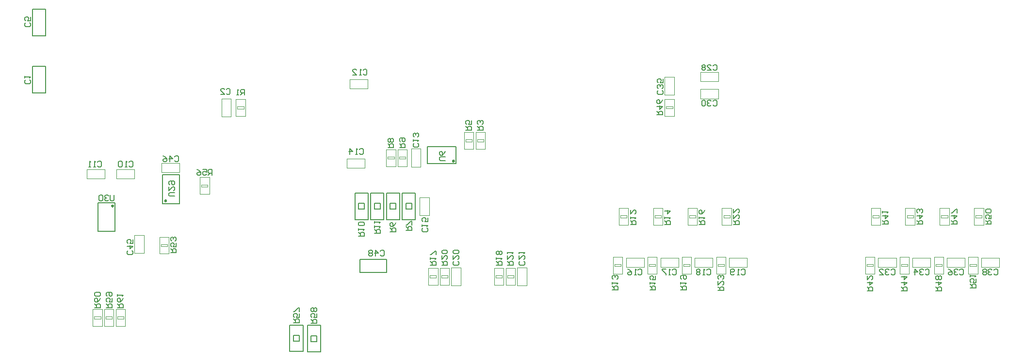
<source format=gbr>
%FSTAX42Y42*%
%MOMM*%
%SFA1B1*%

%IPPOS*%
%ADD32C,0.250000*%
%ADD67C,0.200000*%
%ADD68C,0.100000*%
%LNpcb_monitoring_io-1*%
%LPD*%
G54D32*
X001534Y002439D02*
D01*
X001534Y00244*
X001534Y002441*
X001534Y002442*
X001534Y002443*
X001534Y002444*
X001533Y002444*
X001533Y002445*
X001533Y002446*
X001532Y002447*
X001532Y002447*
X001531Y002448*
X001531Y002448*
X00153Y002449*
X001529Y002449*
X001528Y00245*
X001528Y00245*
X001527Y002451*
X001526Y002451*
X001525Y002451*
X001525Y002451*
X001524Y002451*
X001523Y002451*
X001522*
X001521Y002451*
X00152Y002451*
X00152Y002451*
X001519Y002451*
X001518Y002451*
X001517Y00245*
X001516Y00245*
X001516Y002449*
X001515Y002449*
X001514Y002448*
X001514Y002448*
X001513Y002447*
X001513Y002447*
X001512Y002446*
X001512Y002445*
X001512Y002444*
X001511Y002444*
X001511Y002443*
X001511Y002442*
X001511Y002441*
X001511Y00244*
X00151Y002439*
X001511Y002439*
X001511Y002438*
X001511Y002437*
X001511Y002436*
X001511Y002435*
X001512Y002435*
X001512Y002434*
X001512Y002433*
X001513Y002432*
X001513Y002432*
X001514Y002431*
X001514Y002431*
X001515Y00243*
X001516Y00243*
X001516Y002429*
X001517Y002429*
X001518Y002428*
X001519Y002428*
X00152Y002428*
X00152Y002428*
X001521Y002428*
X001522Y002428*
X001523*
X001524Y002428*
X001525Y002428*
X001525Y002428*
X001526Y002428*
X001527Y002428*
X001528Y002429*
X001528Y002429*
X001529Y00243*
X00153Y00243*
X001531Y002431*
X001531Y002431*
X001532Y002432*
X001532Y002432*
X001533Y002433*
X001533Y002434*
X001533Y002435*
X001534Y002435*
X001534Y002436*
X001534Y002437*
X001534Y002438*
X001534Y002439*
X001534Y002439*
X002462Y002529D02*
D01*
X002462Y00253*
X002462Y002531*
X002462Y002532*
X002462Y002533*
X002462Y002534*
X002461Y002534*
X002461Y002535*
X002461Y002536*
X00246Y002537*
X00246Y002537*
X002459Y002538*
X002459Y002538*
X002458Y002539*
X002457Y002539*
X002456Y00254*
X002456Y00254*
X002455Y002541*
X002454Y002541*
X002453Y002541*
X002453Y002541*
X002452Y002541*
X002451Y002541*
X00245*
X002449Y002541*
X002448Y002541*
X002448Y002541*
X002447Y002541*
X002446Y002541*
X002445Y00254*
X002444Y00254*
X002444Y002539*
X002443Y002539*
X002442Y002538*
X002442Y002538*
X002441Y002537*
X002441Y002537*
X00244Y002536*
X00244Y002535*
X00244Y002534*
X002439Y002534*
X002439Y002533*
X002439Y002532*
X002439Y002531*
X002439Y00253*
X002438Y002529*
X002439Y002529*
X002439Y002528*
X002439Y002527*
X002439Y002526*
X002439Y002525*
X00244Y002525*
X00244Y002524*
X00244Y002523*
X002441Y002522*
X002441Y002522*
X002442Y002521*
X002442Y002521*
X002443Y00252*
X002444Y00252*
X002444Y002519*
X002445Y002519*
X002446Y002518*
X002447Y002518*
X002448Y002518*
X002448Y002518*
X002449Y002518*
X00245Y002518*
X002451*
X002452Y002518*
X002453Y002518*
X002453Y002518*
X002454Y002518*
X002455Y002518*
X002456Y002519*
X002456Y002519*
X002457Y00252*
X002458Y00252*
X002459Y002521*
X002459Y002521*
X00246Y002522*
X00246Y002522*
X002461Y002523*
X002461Y002524*
X002461Y002525*
X002462Y002525*
X002462Y002526*
X002462Y002527*
X002462Y002528*
X002462Y002529*
X002462Y002529*
X007487Y003224D02*
D01*
X007487Y003225*
X007487Y003226*
X007487Y003227*
X007487Y003228*
X007487Y003229*
X007486Y003229*
X007486Y00323*
X007486Y003231*
X007485Y003232*
X007485Y003232*
X007484Y003233*
X007484Y003233*
X007483Y003234*
X007482Y003234*
X007481Y003235*
X007481Y003235*
X00748Y003236*
X007479Y003236*
X007478Y003236*
X007478Y003236*
X007477Y003236*
X007476Y003236*
X007475*
X007474Y003236*
X007473Y003236*
X007473Y003236*
X007472Y003236*
X007471Y003236*
X00747Y003235*
X007469Y003235*
X007469Y003234*
X007468Y003234*
X007467Y003233*
X007467Y003233*
X007466Y003232*
X007466Y003232*
X007465Y003231*
X007465Y00323*
X007465Y003229*
X007464Y003229*
X007464Y003228*
X007464Y003227*
X007464Y003226*
X007464Y003225*
X007463Y003224*
X007464Y003224*
X007464Y003223*
X007464Y003222*
X007464Y003221*
X007464Y00322*
X007465Y00322*
X007465Y003219*
X007465Y003218*
X007466Y003217*
X007466Y003217*
X007467Y003216*
X007467Y003216*
X007468Y003215*
X007469Y003215*
X007469Y003214*
X00747Y003214*
X007471Y003213*
X007472Y003213*
X007473Y003213*
X007473Y003213*
X007474Y003213*
X007475Y003213*
X007476*
X007477Y003213*
X007478Y003213*
X007478Y003213*
X007479Y003213*
X00748Y003213*
X007481Y003214*
X007481Y003214*
X007482Y003215*
X007483Y003215*
X007484Y003216*
X007484Y003216*
X007485Y003217*
X007485Y003217*
X007486Y003218*
X007486Y003219*
X007486Y00322*
X007487Y00322*
X007487Y003221*
X007487Y003222*
X007487Y003223*
X007487Y003224*
X007487Y003224*
G54D67*
X005849Y001501D02*
X006314D01*
X005849Y001272D02*
X006314D01*
X005849D02*
Y001501D01*
X006314Y001272D02*
Y001501D01*
X001272Y001989D02*
X001572D01*
X001272Y002489D02*
X001572D01*
X001272Y001989D02*
Y002489D01*
X001572Y001989D02*
Y002489D01*
X002399Y002979D02*
X002699D01*
X002399Y002479D02*
X002699D01*
Y002979*
X002399Y002479D02*
Y002979D01*
X007024Y003175D02*
Y003474D01*
X007524Y003175D02*
Y003474D01*
X007024D02*
X007524D01*
X007024Y003175D02*
X007524D01*
X004993Y000165D02*
X005095D01*
Y000063D02*
Y000165D01*
X004993Y000063D02*
X005095D01*
X004993D02*
Y000165D01*
X004929Y000346D02*
X005159D01*
X004929Y-000116D02*
X005159D01*
Y000346*
X004929Y-000116D02*
Y000346D01*
X004686Y00017D02*
X004787D01*
Y000068D02*
Y00017D01*
X004686Y000068D02*
X004787D01*
X004686D02*
Y00017D01*
X004621Y000352D02*
X004852D01*
X004621Y-000111D02*
X004852D01*
Y000352*
X004621Y-000111D02*
Y000352D01*
X006098Y002482D02*
X0062D01*
Y002381D02*
Y002482D01*
X006098Y002381D02*
X0062D01*
X006098D02*
Y002482D01*
X006034Y002664D02*
X006264D01*
X006034Y002199D02*
X006264D01*
Y002664*
X006034Y002199D02*
Y002664D01*
X005823Y002482D02*
X005925D01*
Y002381D02*
Y002482D01*
X005823Y002381D02*
X005925D01*
X005823D02*
Y002482D01*
X005759Y002664D02*
X005989D01*
X005759Y002199D02*
X005989D01*
Y002664*
X005759Y002199D02*
Y002664D01*
X006648Y002482D02*
X00675D01*
Y002381D02*
Y002482D01*
X006648Y002381D02*
X00675D01*
X006648D02*
Y002482D01*
X006584Y002664D02*
X006814D01*
X006584Y002199D02*
X006814D01*
Y002664*
X006584Y002199D02*
Y002664D01*
X006373Y002482D02*
X006475D01*
Y002381D02*
Y002482D01*
X006373Y002381D02*
X006475D01*
X006373D02*
Y002482D01*
X006309Y002664D02*
X006539D01*
X006309Y002199D02*
X006539D01*
Y002664*
X006309Y002199D02*
Y002664D01*
X000364Y005416D02*
Y005882D01*
X000134Y005416D02*
Y005882D01*
X000364*
X000134Y005416D02*
X000364D01*
Y004416D02*
Y004882D01*
X000134Y004416D02*
Y004882D01*
X000364*
X000134Y004416D02*
X000364D01*
X005903Y004814D02*
X005919Y004831D01*
X005953*
X005969Y004814*
Y004747*
X005953Y004731*
X005919*
X005903Y004747*
X005869Y004731D02*
X005836D01*
X005853*
Y004831*
X005869Y004814*
X005719Y004731D02*
X005786D01*
X005719Y004797*
Y004814*
X005736Y004831*
X005769*
X005786Y004814*
X0062Y001642D02*
X006217Y001659D01*
X00625*
X006266Y001642*
Y001576*
X00625Y001559*
X006217*
X0062Y001576*
X006117Y001559D02*
Y001659D01*
X006167Y001609*
X0061*
X006067Y001642D02*
X00605Y001659D01*
X006017*
X006Y001642*
Y001626*
X006017Y001609*
X006Y001592*
Y001576*
X006017Y001559*
X00605*
X006067Y001576*
Y001592*
X00605Y001609*
X006067Y001626*
Y001642*
X00605Y001609D02*
X006017D01*
X001556Y002626D02*
Y002543D01*
X00154Y002526*
X001507*
X00149Y002543*
Y002626*
X001457Y00261D02*
X00144Y002626D01*
X001407*
X00139Y00261*
Y002593*
X001407Y002576*
X001423*
X001407*
X00139Y00256*
Y002543*
X001407Y002526*
X00144*
X001457Y002543*
X001357Y00261D02*
X00134Y002626D01*
X001307*
X00129Y00261*
Y002543*
X001307Y002526*
X00134*
X001357Y002543*
Y00261*
X002609Y002607D02*
X002526D01*
X002509Y002623*
Y002656*
X002526Y002673*
X002609*
X002509Y002773D02*
Y002706D01*
X002576Y002773*
X002592*
X002609Y002756*
Y002723*
X002592Y002706*
X002526Y002806D02*
X002509Y002823D01*
Y002856*
X002526Y002873*
X002592*
X002609Y002856*
Y002823*
X002592Y002806*
X002576*
X002559Y002823*
Y002873*
X007336Y003226D02*
X007253D01*
X007237Y003243*
Y003276*
X007253Y003293*
X007336*
Y003393D02*
X00732Y00336D01*
X007286Y003326*
X007253*
X007237Y003343*
Y003376*
X007253Y003393*
X00727*
X007286Y003376*
Y003326*
X001617Y000659D02*
X001716D01*
Y000709*
X0017Y000726*
X001666*
X001651Y000709*
Y000659*
Y000692D02*
X001617Y000726D01*
X001716Y000826D02*
X0017Y000792D01*
X001666Y000759*
X001633*
X001617Y000776*
Y000809*
X001633Y000826*
X001651*
X001666Y000809*
Y000759*
X001617Y000859D02*
Y000892D01*
Y000876*
X001716*
X0017Y000859*
X001217Y000659D02*
X001316D01*
Y000709*
X0013Y000726*
X001266*
X00125Y000709*
Y000659*
Y000692D02*
X001217Y000726D01*
X001316Y000826D02*
X0013Y000792D01*
X001266Y000759*
X001233*
X001217Y000776*
Y000809*
X001233Y000826*
X00125*
X001266Y000809*
Y000759*
X0013Y000859D02*
X001316Y000876D01*
Y000909*
X0013Y000926*
X001233*
X001217Y000909*
Y000876*
X001233Y000859*
X0013*
X001417Y000659D02*
X001516D01*
Y000709*
X0015Y000726*
X001466*
X00145Y000709*
Y000659*
Y000692D02*
X001417Y000726D01*
X001516Y000826D02*
Y000759D01*
X001466*
X001483Y000792*
Y000809*
X001466Y000826*
X001433*
X001417Y000809*
Y000776*
X001433Y000759*
Y000859D02*
X001417Y000876D01*
Y000909*
X001433Y000926*
X0015*
X001516Y000909*
Y000876*
X0015Y000859*
X001483*
X001466Y000876*
Y000926*
X004994Y000384D02*
X005094D01*
Y000434*
X005077Y000451*
X005044*
X005027Y000434*
Y000384*
Y000417D02*
X004994Y000451D01*
X005094Y000551D02*
Y000484D01*
X005044*
X005061Y000517*
Y000534*
X005044Y000551*
X005011*
X004994Y000534*
Y000501*
X005011Y000484*
X005077Y000584D02*
X005094Y000601D01*
Y000635*
X005077Y000651*
X005061*
X005044Y000635*
X005027Y000651*
X005011*
X004994Y000635*
Y000601*
X005011Y000584*
X005027*
X005044Y000601*
X005061Y000584*
X005077*
X005044Y000601D02*
Y000635D01*
X004687Y000389D02*
X004786D01*
Y000439*
X00477Y000456*
X004736*
X00472Y000439*
Y000389*
Y000422D02*
X004687Y000456D01*
X004786Y000556D02*
Y000489D01*
X004736*
X004753Y000522*
Y000539*
X004736Y000556*
X004703*
X004687Y000539*
Y000506*
X004703Y000489*
X004786Y000589D02*
Y000656D01*
X00477*
X004703Y000589*
X004687*
X003267Y002974D02*
Y003074D01*
X003217*
X0032Y003057*
Y003024*
X003217Y003007*
X003267*
X003233D02*
X0032Y002974D01*
X0031Y003074D02*
X003167D01*
Y003024*
X003133Y003041*
X003117*
X0031Y003024*
Y002991*
X003117Y002974*
X00315*
X003167Y002991*
X003Y003074D02*
X003033Y003057D01*
X003067Y003024*
Y002991*
X00305Y002974*
X003017*
X003Y002991*
Y003007*
X003017Y003024*
X003067*
X002542Y001624D02*
X002641D01*
Y001674*
X002625Y001691*
X002591*
X002575Y001674*
Y001624*
Y001657D02*
X002542Y001691D01*
X002641Y001791D02*
Y001724D01*
X002591*
X002608Y001757*
Y001774*
X002591Y001791*
X002558*
X002542Y001774*
Y001741*
X002558Y001724*
X002625Y001824D02*
X002641Y001841D01*
Y001874*
X002625Y001891*
X002608*
X002591Y001874*
Y001857*
Y001874*
X002575Y001891*
X002558*
X002542Y001874*
Y001841*
X002558Y001824*
X016499Y000999D02*
X016599D01*
Y001049*
X016582Y001066*
X016549*
X016532Y001049*
Y000999*
Y001032D02*
X016499Y001066D01*
X016599Y001166D02*
Y001099D01*
X016549*
X016566Y001132*
Y001149*
X016549Y001166*
X016516*
X016499Y001149*
Y001116*
X016516Y001099*
X016499Y001199D02*
Y001232D01*
Y001216*
X016599*
X016582Y001199*
X016767Y002116D02*
X016866D01*
Y002166*
X01685Y002183*
X016816*
X0168Y002166*
Y002116*
Y00215D02*
X016767Y002183D01*
X016866Y002283D02*
Y002216D01*
X016816*
X016833Y00225*
Y002266*
X016816Y002283*
X016783*
X016767Y002266*
Y002233*
X016783Y002216*
X01685Y002316D02*
X016866Y002333D01*
Y002366*
X01685Y002383*
X016783*
X016767Y002366*
Y002333*
X016783Y002316*
X01685*
X015899Y000949D02*
X015999D01*
Y000999*
X015982Y001016*
X015949*
X015932Y000999*
Y000949*
Y000982D02*
X015899Y001016D01*
Y001099D02*
X015999D01*
X015949Y001049*
Y001116*
X015982Y001149D02*
X015999Y001166D01*
Y001199*
X015982Y001216*
X015966*
X015949Y001199*
X015932Y001216*
X015916*
X015899Y001199*
Y001166*
X015916Y001149*
X015932*
X015949Y001166*
X015966Y001149*
X015982*
X015949Y001166D02*
Y001199D01*
X016167Y002116D02*
X016266D01*
Y002166*
X01625Y002183*
X016216*
X0162Y002166*
Y002116*
Y00215D02*
X016167Y002183D01*
Y002266D02*
X016266D01*
X016216Y002216*
Y002283*
X016266Y002316D02*
Y002383D01*
X01625*
X016183Y002316*
X016167*
X011029Y004029D02*
X011129D01*
Y004079*
X011112Y004096*
X011079*
X011062Y004079*
Y004029*
Y004062D02*
X011029Y004096D01*
Y004179D02*
X011129D01*
X011079Y004129*
Y004196*
X011129Y004296D02*
X011112Y004262D01*
X011079Y004229*
X011046*
X011029Y004246*
Y004279*
X011046Y004296*
X011062*
X011079Y004279*
Y004229*
X015299Y000949D02*
X015399D01*
Y000999*
X015382Y001016*
X015349*
X015332Y000999*
Y000949*
Y000982D02*
X015299Y001016D01*
Y001099D02*
X015399D01*
X015349Y001049*
Y001116*
X015299Y001199D02*
X015399D01*
X015349Y001149*
Y001216*
X015567Y002116D02*
X015666D01*
Y002166*
X01565Y002183*
X015616*
X0156Y002166*
Y002116*
Y00215D02*
X015567Y002183D01*
Y002266D02*
X015666D01*
X015616Y002216*
Y002283*
X01565Y002316D02*
X015666Y002333D01*
Y002366*
X01565Y002383*
X015633*
X015616Y002366*
Y00235*
Y002366*
X0156Y002383*
X015583*
X015567Y002366*
Y002333*
X015583Y002316*
X014699Y000949D02*
X014799D01*
Y000999*
X014782Y001016*
X014749*
X014732Y000999*
Y000949*
Y000982D02*
X014699Y001016D01*
Y001099D02*
X014799D01*
X014749Y001049*
Y001116*
X014699Y001216D02*
Y001149D01*
X014766Y001216*
X014782*
X014799Y001199*
Y001166*
X014782Y001149*
X014967Y002116D02*
X015066D01*
Y002166*
X01505Y002183*
X015016*
X015Y002166*
Y002116*
Y00215D02*
X014967Y002183D01*
Y002266D02*
X015066D01*
X015016Y002216*
Y002283*
X014967Y002316D02*
Y00235D01*
Y002333*
X015066*
X01505Y002316*
X012096Y000956D02*
X012196D01*
Y001006*
X01218Y001023*
X012146*
X01213Y001006*
Y000956*
Y00099D02*
X012096Y001023D01*
Y001123D02*
Y001056D01*
X012163Y001123*
X01218*
X012196Y001106*
Y001073*
X01218Y001056*
Y001156D02*
X012196Y001173D01*
Y001206*
X01218Y001223*
X012163*
X012146Y001206*
Y00119*
Y001206*
X01213Y001223*
X012113*
X012096Y001206*
Y001173*
X012113Y001156*
X012367Y002111D02*
X012466D01*
Y002161*
X01245Y002178*
X012416*
X0124Y002161*
Y002111*
Y002145D02*
X012367Y002178D01*
Y002278D02*
Y002211D01*
X012433Y002278*
X01245*
X012466Y002261*
Y002228*
X01245Y002211*
X012367Y002378D02*
Y002311D01*
X012433Y002378*
X01245*
X012466Y002361*
Y002328*
X01245Y002311*
X008424Y001399D02*
X008524D01*
Y001449*
X008507Y001466*
X008474*
X008457Y001449*
Y001399*
Y001432D02*
X008424Y001466D01*
Y001566D02*
Y001499D01*
X008491Y001566*
X008507*
X008524Y001549*
Y001516*
X008507Y001499*
X008424Y001599D02*
Y001632D01*
Y001616*
X008524*
X008507Y001599*
X007274Y001399D02*
X007374D01*
Y001449*
X007357Y001466*
X007324*
X007307Y001449*
Y001399*
Y001432D02*
X007274Y001466D01*
Y001566D02*
Y001499D01*
X007341Y001566*
X007357*
X007374Y001549*
Y001516*
X007357Y001499*
Y001599D02*
X007374Y001616D01*
Y001649*
X007357Y001666*
X007291*
X007274Y001649*
Y001616*
X007291Y001599*
X007357*
X011446Y000969D02*
X011546D01*
Y001019*
X01153Y001036*
X011496*
X01148Y001019*
Y000969*
Y001002D02*
X011446Y001036D01*
Y001069D02*
Y001102D01*
Y001086*
X011546*
X01153Y001069*
X011463Y001152D02*
X011446Y001169D01*
Y001202*
X011463Y001219*
X01153*
X011546Y001202*
Y001169*
X01153Y001152*
X011513*
X011496Y001169*
Y001219*
X008224Y001399D02*
X008324D01*
Y001449*
X008307Y001466*
X008274*
X008257Y001449*
Y001399*
Y001432D02*
X008224Y001466D01*
Y001499D02*
Y001532D01*
Y001516*
X008324*
X008307Y001499*
Y001582D02*
X008324Y001599D01*
Y001632*
X008307Y001649*
X008291*
X008274Y001632*
X008257Y001649*
X008241*
X008224Y001632*
Y001599*
X008241Y001582*
X008257*
X008274Y001599*
X008291Y001582*
X008307*
X008274Y001599D02*
Y001632D01*
X007074Y001399D02*
X007174D01*
Y001449*
X007157Y001466*
X007124*
X007107Y001449*
Y001399*
Y001432D02*
X007074Y001466D01*
Y001499D02*
Y001532D01*
Y001516*
X007174*
X007157Y001499*
X007174Y001582D02*
Y001649D01*
X007157*
X007091Y001582*
X007074*
X011767Y002111D02*
X011866D01*
Y002161*
X01185Y002178*
X011816*
X0118Y002161*
Y002111*
Y002145D02*
X011767Y002178D01*
Y002211D02*
Y002245D01*
Y002228*
X011866*
X01185Y002211*
X011866Y002361D02*
X01185Y002328D01*
X011816Y002295*
X011783*
X011767Y002311*
Y002345*
X011783Y002361*
X0118*
X011816Y002345*
Y002295*
X010906Y000967D02*
X011006D01*
Y001016*
X01099Y001033*
X010956*
X01094Y001016*
Y000967*
Y001D02*
X010906Y001033D01*
Y001066D02*
Y0011D01*
Y001083*
X011006*
X01099Y001066*
X011006Y001216D02*
Y00115D01*
X010956*
X010973Y001183*
Y0012*
X010956Y001216*
X010923*
X010906Y0012*
Y001166*
X010923Y00115*
X011167Y002111D02*
X011266D01*
Y002161*
X01125Y002178*
X011216*
X0112Y002161*
Y002111*
Y002145D02*
X011167Y002178D01*
Y002211D02*
Y002245D01*
Y002228*
X011266*
X01125Y002211*
X011167Y002345D02*
X011266D01*
X011216Y002295*
Y002361*
X010249Y000969D02*
X010349D01*
Y001019*
X010332Y001036*
X010299*
X010282Y001019*
Y000969*
Y001002D02*
X010249Y001036D01*
Y001069D02*
Y001102D01*
Y001086*
X010349*
X010332Y001069*
Y001152D02*
X010349Y001169D01*
Y001202*
X010332Y001219*
X010316*
X010299Y001202*
Y001186*
Y001202*
X010282Y001219*
X010266*
X010249Y001202*
Y001169*
X010266Y001152*
X010567Y002111D02*
X010666D01*
Y002161*
X01065Y002178*
X010616*
X0106Y002161*
Y002111*
Y002145D02*
X010567Y002178D01*
Y002211D02*
Y002245D01*
Y002228*
X010666*
X01065Y002211*
X010567Y002361D02*
Y002295D01*
X010633Y002361*
X01065*
X010666Y002345*
Y002311*
X01065Y002295*
X006099Y001957D02*
X006199D01*
Y002006*
X006182Y002023*
X006149*
X006132Y002006*
Y001957*
Y00199D02*
X006099Y002023D01*
Y002056D02*
Y00209D01*
Y002073*
X006199*
X006182Y002056*
X006099Y00214D02*
Y002173D01*
Y002156*
X006199*
X006182Y00214*
X005824Y001907D02*
X005924D01*
Y001956*
X005907Y001973*
X005874*
X005857Y001956*
Y001907*
Y00194D02*
X005824Y001973D01*
Y002006D02*
Y00204D01*
Y002023*
X005924*
X005907Y002006*
Y00209D02*
X005924Y002106D01*
Y00214*
X005907Y002156*
X005842*
X005824Y00214*
Y002106*
X005842Y00209*
X005907*
X006537Y003457D02*
X006636D01*
Y003506*
X00662Y003523*
X006586*
X00657Y003506*
Y003457*
Y00349D02*
X006537Y003523D01*
X006553Y003556D02*
X006537Y003573D01*
Y003606*
X006553Y003623*
X00662*
X006636Y003606*
Y003573*
X00662Y003556*
X006604*
X006586Y003573*
Y003623*
X006334Y003454D02*
X006434D01*
Y003504*
X006417Y003521*
X006384*
X006367Y003504*
Y003454*
Y003487D02*
X006334Y003521D01*
X006417Y003554D02*
X006434Y003571D01*
Y003604*
X006417Y003621*
X006401*
X006384Y003604*
X006367Y003621*
X006351*
X006334Y003604*
Y003571*
X006351Y003554*
X006367*
X006384Y003571*
X006401Y003554*
X006417*
X006384Y003571D02*
Y003604D01*
X006649Y002007D02*
X006749D01*
Y002056*
X006732Y002073*
X006699*
X006682Y002056*
Y002007*
Y00204D02*
X006649Y002073D01*
X006749Y002106D02*
Y002173D01*
X006732*
X006666Y002106*
X006649*
X006374Y001982D02*
X006474D01*
Y002032*
X006457Y002048*
X006424*
X006407Y002032*
Y001982*
Y002015D02*
X006374Y002048D01*
X006474Y002148D02*
X006457Y002115D01*
X006424Y002081*
X006391*
X006374Y002098*
Y002131*
X006391Y002148*
X006407*
X006424Y002131*
Y002081*
X007694Y003764D02*
X007794D01*
Y003814*
X007777Y003831*
X007744*
X007727Y003814*
Y003764*
Y003797D02*
X007694Y003831D01*
X007794Y003931D02*
Y003864D01*
X007744*
X007761Y003897*
Y003914*
X007744Y003931*
X007711*
X007694Y003914*
Y003881*
X007711Y003864*
X007894Y003764D02*
X007994D01*
Y003814*
X007977Y003831*
X007944*
X007927Y003814*
Y003764*
Y003797D02*
X007894Y003831D01*
X007977Y003864D02*
X007994Y003881D01*
Y003914*
X007977Y003931*
X007961*
X007944Y003914*
Y003897*
Y003914*
X007927Y003931*
X007911*
X007894Y003914*
Y003881*
X007911Y003864*
X003832Y004377D02*
Y004477D01*
X003782*
X003765Y004461*
Y004427*
X003782Y004411*
X003832*
X003798D02*
X003765Y004377D01*
X003732D02*
X003698D01*
X003715*
Y004477*
X003732Y004461*
X002612Y003297D02*
X002629Y003314D01*
X002662*
X002679Y003297*
Y003231*
X002662Y003214*
X002629*
X002612Y003231*
X002529Y003214D02*
Y003314D01*
X002579Y003264*
X002512*
X002413Y003314D02*
X002446Y003297D01*
X002479Y003264*
Y003231*
X002462Y003214*
X002429*
X002413Y003231*
Y003247*
X002429Y003264*
X002479*
X001867Y001651D02*
X001884Y001634D01*
Y001601*
X001867Y001584*
X001801*
X001784Y001601*
Y001634*
X001801Y001651*
X001784Y001734D02*
X001884D01*
X001834Y001684*
Y001751*
X001884Y001851D02*
Y001784D01*
X001834*
X001851Y001817*
Y001834*
X001834Y001851*
X001801*
X001784Y001834*
Y001801*
X001801Y001784*
X016915Y001315D02*
X016932Y001331D01*
X016965*
X016982Y001315*
Y001248*
X016965Y001231*
X016932*
X016915Y001248*
X016882Y001315D02*
X016865Y001331D01*
X016832*
X016815Y001315*
Y001298*
X016832Y001281*
X016848*
X016832*
X016815Y001265*
Y001248*
X016832Y001231*
X016865*
X016882Y001248*
X016782Y001315D02*
X016765Y001331D01*
X016732*
X016715Y001315*
Y001298*
X016732Y001281*
X016715Y001265*
Y001248*
X016732Y001231*
X016765*
X016782Y001248*
Y001265*
X016765Y001281*
X016782Y001298*
Y001315*
X016765Y001281D02*
X016732D01*
X016315Y001315D02*
X016332Y001331D01*
X016365*
X016383Y001315*
Y001248*
X016365Y001231*
X016332*
X016315Y001248*
X016282Y001315D02*
X016265Y001331D01*
X016232*
X016215Y001315*
Y001298*
X016232Y001281*
X016248*
X016232*
X016215Y001265*
Y001248*
X016232Y001231*
X016265*
X016282Y001248*
X016115Y001331D02*
X016148Y001315D01*
X016182Y001281*
Y001248*
X016165Y001231*
X016132*
X016115Y001248*
Y001265*
X016132Y001281*
X016182*
X011122Y004456D02*
X011139Y004439D01*
Y004406*
X011122Y004389*
X011056*
X011039Y004406*
Y004439*
X011056Y004456*
X011122Y004489D02*
X011139Y004506D01*
Y004539*
X011122Y004556*
X011106*
X011089Y004539*
Y004522*
Y004539*
X011072Y004556*
X011056*
X011039Y004539*
Y004506*
X011056Y004489*
X011139Y004656D02*
Y004589D01*
X011089*
X011106Y004622*
Y004639*
X011089Y004656*
X011056*
X011039Y004639*
Y004606*
X011056Y004589*
X015715Y001315D02*
X015732Y001331D01*
X015765*
X015782Y001315*
Y001248*
X015765Y001231*
X015732*
X015715Y001248*
X015682Y001315D02*
X015665Y001331D01*
X015632*
X015615Y001315*
Y001298*
X015632Y001281*
X015648*
X015632*
X015615Y001265*
Y001248*
X015632Y001231*
X015665*
X015682Y001248*
X015532Y001231D02*
Y001331D01*
X015582Y001281*
X015515*
X015115Y001315D02*
X015132Y001331D01*
X015165*
X015182Y001315*
Y001248*
X015165Y001231*
X015132*
X015115Y001248*
X015082Y001315D02*
X015065Y001331D01*
X015032*
X015015Y001315*
Y001298*
X015032Y001281*
X015048*
X015032*
X015015Y001265*
Y001248*
X015032Y001231*
X015065*
X015082Y001248*
X014915Y001231D02*
X014982D01*
X014915Y001298*
Y001315*
X014932Y001331*
X014965*
X014982Y001315*
X012012Y004272D02*
X012029Y004289D01*
X012062*
X012079Y004272*
Y004206*
X012062Y004189*
X012029*
X012012Y004206*
X011979Y004272D02*
X011962Y004289D01*
X011929*
X011912Y004272*
Y004256*
X011929Y004239*
X011946*
X011929*
X011912Y004222*
Y004206*
X011929Y004189*
X011962*
X011979Y004206*
X011879Y004272D02*
X011862Y004289D01*
X011829*
X011812Y004272*
Y004206*
X011829Y004189*
X011862*
X011879Y004206*
Y004272*
X012012Y004892D02*
X012029Y004909D01*
X012062*
X012079Y004892*
Y004826*
X012062Y004809*
X012029*
X012012Y004826*
X011912Y004809D02*
X011979D01*
X011912Y004876*
Y004892*
X011929Y004909*
X011962*
X011979Y004892*
X011879D02*
X011862Y004909D01*
X011829*
X011812Y004892*
Y004876*
X011829Y004859*
X011812Y004842*
Y004826*
X011829Y004809*
X011862*
X011879Y004826*
Y004842*
X011862Y004859*
X011879Y004876*
Y004892*
X011862Y004859D02*
X011829D01*
X008707Y001466D02*
X008724Y001449D01*
Y001416*
X008707Y001399*
X008641*
X008624Y001416*
Y001449*
X008641Y001466*
X008624Y001566D02*
Y001499D01*
X008691Y001566*
X008707*
X008724Y001549*
Y001516*
X008707Y001499*
X008624Y001599D02*
Y001632D01*
Y001616*
X008724*
X008707Y001599*
X007557Y001466D02*
X007574Y001449D01*
Y001416*
X007557Y001399*
X007491*
X007474Y001416*
Y001449*
X007491Y001466*
X007474Y001566D02*
Y001499D01*
X007541Y001566*
X007557*
X007574Y001549*
Y001516*
X007557Y001499*
Y001599D02*
X007574Y001616D01*
Y001649*
X007557Y001666*
X007491*
X007474Y001649*
Y001616*
X007491Y001599*
X007557*
X012502Y001317D02*
X012519Y001334D01*
X012552*
X012569Y001317*
Y001251*
X012552Y001234*
X012519*
X012502Y001251*
X012469Y001234D02*
X012436D01*
X012452*
Y001334*
X012469Y001317*
X012386Y001251D02*
X012369Y001234D01*
X012336*
X012319Y001251*
Y001317*
X012336Y001334*
X012369*
X012386Y001317*
Y001301*
X012369Y001284*
X012319*
X011902Y001317D02*
X011919Y001334D01*
X011952*
X011969Y001317*
Y001251*
X011952Y001234*
X011919*
X011902Y001251*
X011869Y001234D02*
X011836D01*
X011852*
Y001334*
X011869Y001317*
X011786D02*
X011769Y001334D01*
X011736*
X011719Y001317*
Y001301*
X011736Y001284*
X011719Y001267*
Y001251*
X011736Y001234*
X011769*
X011786Y001251*
Y001267*
X011769Y001284*
X011786Y001301*
Y001317*
X011769Y001284D02*
X011736D01*
X011303Y001317D02*
X011319Y001334D01*
X011352*
X011369Y001317*
Y001251*
X011352Y001234*
X011319*
X011303Y001251*
X011269Y001234D02*
X011236D01*
X011252*
Y001334*
X011269Y001317*
X011186Y001334D02*
X011119D01*
Y001317*
X011186Y001251*
Y001234*
X010702Y001317D02*
X010719Y001334D01*
X010752*
X010769Y001317*
Y001251*
X010752Y001234*
X010719*
X010702Y001251*
X010669Y001234D02*
X010636D01*
X010652*
Y001334*
X010669Y001317*
X010519Y001334D02*
X010552Y001317D01*
X010586Y001284*
Y001251*
X010569Y001234*
X010536*
X010519Y001251*
Y001267*
X010536Y001284*
X010586*
X007012Y002048D02*
X007029Y002032D01*
Y001998*
X007012Y001982*
X006946*
X006929Y001998*
Y002032*
X006946Y002048*
X006929Y002081D02*
Y002115D01*
Y002098*
X007029*
X007012Y002081*
X007029Y002231D02*
Y002165D01*
X006979*
X006996Y002198*
Y002215*
X006979Y002231*
X006946*
X006929Y002215*
Y002181*
X006946Y002165*
X005837Y003422D02*
X005854Y003439D01*
X005887*
X005904Y003422*
Y003356*
X005887Y003339*
X005854*
X005837Y003356*
X005804Y003339D02*
X005771D01*
X005787*
Y003439*
X005804Y003422*
X005671Y003339D02*
Y003439D01*
X005721Y003389*
X005654*
X006858Y003531D02*
X006874Y003514D01*
Y003481*
X006858Y003464*
X006791*
X006774Y003481*
Y003514*
X006791Y003531*
X006774Y003564D02*
Y003597D01*
Y003581*
X006874*
X006858Y003564*
Y003647D02*
X006874Y003664D01*
Y003697*
X006858Y003714*
X006841*
X006824Y003697*
Y003681*
Y003697*
X006807Y003714*
X006791*
X006774Y003697*
Y003664*
X006791Y003647*
X001267Y0032D02*
X001284Y003216D01*
X001317*
X001334Y0032*
Y003133*
X001317Y003117*
X001284*
X001267Y003133*
X001234Y003117D02*
X001201D01*
X001217*
Y003216*
X001234Y0032*
X001151Y003117D02*
X001117D01*
X001134*
Y003216*
X001151Y0032*
X001817D02*
X001834Y003216D01*
X001867*
X001884Y0032*
Y003133*
X001867Y003117*
X001834*
X001817Y003133*
X001784Y003117D02*
X001751D01*
X001767*
Y003216*
X001784Y0032*
X001701D02*
X001684Y003216D01*
X001651*
X001634Y0032*
Y003133*
X001651Y003117*
X001684*
X001701Y003133*
Y0032*
X000082Y005641D02*
X000099Y005624D01*
Y005591*
X000082Y005574*
X000016*
X0Y005591*
Y005624*
X000016Y005641*
X000099Y005741D02*
Y005674D01*
X000049*
X000066Y005707*
Y005724*
X000049Y005741*
X000016*
X0Y005724*
Y005691*
X000016Y005674*
X003515Y004471D02*
X003531Y004487D01*
X003565*
X003581Y004471*
Y004404*
X003565Y004387*
X003531*
X003515Y004404*
X003415Y004387D02*
X003481D01*
X003415Y004454*
Y004471*
X003431Y004487*
X003465*
X003481Y004471*
X000082Y004641D02*
X000099Y004624D01*
Y004591*
X000082Y004574*
X000016*
X0Y004591*
Y004624*
X000016Y004641*
X0Y004674D02*
Y004707D01*
Y004691*
X000099*
X000082Y004674*
G54D68*
X005669Y004489D02*
Y004654D01*
X005984*
X005669Y004489D02*
X005984D01*
Y004654*
X005616Y003101D02*
Y003266D01*
X005932*
X005616Y003101D02*
X005932D01*
Y003266*
X011167Y004307D02*
X011331D01*
Y004011D02*
Y004307D01*
X011167Y004011D02*
Y004307D01*
Y004011D02*
X011331D01*
X011193Y004179D02*
X011305D01*
X011193Y004139D02*
Y004179D01*
Y004139D02*
X011305D01*
Y004179*
X011167Y004696D02*
X011331D01*
Y004382D02*
Y004696D01*
X011167Y004382D02*
Y004696D01*
Y004382D02*
X011331D01*
X001584Y000632D02*
X001749D01*
Y000337D02*
Y000632D01*
X001584Y000337D02*
Y000632D01*
Y000337D02*
X001749D01*
X001611Y000504D02*
X001722D01*
X001611Y000464D02*
Y000504D01*
Y000464D02*
X001722D01*
Y000504*
X001184Y000632D02*
X001349D01*
Y000337D02*
Y000632D01*
X001184Y000337D02*
Y000632D01*
Y000337D02*
X001349D01*
X001211Y000504D02*
X001322D01*
X001211Y000464D02*
Y000504D01*
Y000464D02*
X001322D01*
Y000504*
X001384Y000632D02*
X001549D01*
Y000337D02*
Y000632D01*
X001384Y000337D02*
Y000632D01*
Y000337D02*
X001549D01*
X001411Y000504D02*
X001522D01*
X001411Y000464D02*
Y000504D01*
Y000464D02*
X001522D01*
Y000504*
X003054Y002937D02*
X003219D01*
Y002642D02*
Y002937D01*
X003054Y002642D02*
Y002937D01*
Y002642D02*
X003219D01*
X003081Y002809D02*
X003192D01*
X003081Y002769D02*
Y002809D01*
Y002769D02*
X003192D01*
Y002809*
X002347Y001599D02*
X002512D01*
X002347D02*
Y001894D01*
X002512Y001599D02*
Y001894D01*
X002347D02*
X002512D01*
X002373Y001726D02*
X002485D01*
Y001767*
X002373D02*
X002485D01*
X002373Y001726D02*
Y001767D01*
X016467Y001251D02*
X016632D01*
X016467Y001546D02*
Y001251D01*
X016632D02*
Y001546D01*
X016467D02*
X016632D01*
X016493Y001379D02*
X016605D01*
Y001419*
X016493D02*
X016605D01*
X016493Y001379D02*
Y001419D01*
X016567Y002396D02*
X016732D01*
Y002101*
X016567Y002396D02*
Y002101D01*
X016732*
X016593Y002269D02*
X016705D01*
X016593Y002229D02*
Y002269D01*
Y002229D02*
X016705D01*
Y002269*
X015867Y001251D02*
X016032D01*
X015867D02*
Y001546D01*
X016032Y001251D02*
Y001546D01*
X015867D02*
X016032D01*
X015893Y001379D02*
X016005D01*
Y001419*
X015893D02*
X016005D01*
X015893Y001379D02*
Y001419D01*
X015967Y002396D02*
X016132D01*
Y002101D02*
Y002396D01*
X015967Y002101D02*
Y002396D01*
Y002101D02*
X016132D01*
X015993Y002269D02*
X016105D01*
X015993Y002229D02*
Y002269D01*
Y002229D02*
X016105D01*
Y002269*
X015267Y001251D02*
X015432D01*
X015267Y001546D02*
Y001251D01*
X015432Y001546D02*
Y001251D01*
X015267Y001546D02*
X015432D01*
X015293Y001379D02*
X015405D01*
Y001419*
X015293D02*
X015405D01*
X015293D02*
Y001379D01*
X015367Y002396D02*
X015532D01*
Y002101D02*
Y002396D01*
X015367Y002101D02*
Y002396D01*
Y002101D02*
X015532D01*
X015393Y002269D02*
X015505D01*
X015393Y002229D02*
Y002269D01*
Y002229D02*
X015505D01*
Y002269*
X014667Y001251D02*
X014832D01*
X014667D02*
Y001546D01*
X014832Y001251D02*
Y001546D01*
X014667D02*
X014832D01*
X014693Y001379D02*
X014805D01*
Y001419*
X014693D02*
X014805D01*
X014693Y001379D02*
Y001419D01*
X014767Y002396D02*
X014932D01*
Y002101D02*
Y002396D01*
X014767Y002101D02*
Y002396D01*
Y002101D02*
X014932D01*
X014793Y002269D02*
X014905D01*
X014793Y002229D02*
Y002269D01*
Y002229D02*
X014905D01*
Y002269*
X012067Y001251D02*
X012231D01*
X012067D02*
Y001547D01*
X012231Y001251D02*
Y001547D01*
X012067D02*
X012231D01*
X012093Y001379D02*
X012205D01*
Y001419*
X012093D02*
X012205D01*
X012093Y001379D02*
Y001419D01*
X012167Y002397D02*
X012331D01*
Y002101D02*
Y002397D01*
X012167Y002101D02*
Y002397D01*
Y002101D02*
X012331D01*
X012193Y002269D02*
X012305D01*
X012193Y002229D02*
Y002269D01*
Y002229D02*
X012305D01*
Y002269*
X008392Y001052D02*
X008557D01*
X008392D02*
Y001347D01*
X008557Y001052D02*
Y001347D01*
X008392D02*
X008557D01*
X008418Y001179D02*
X00853D01*
Y001219*
X008418D02*
X00853D01*
X008418Y001179D02*
Y001219D01*
X007242Y001052D02*
X007407D01*
X007242D02*
Y001347D01*
X007407Y001052D02*
Y001347D01*
X007242D02*
X007407D01*
X007268Y001179D02*
X00738D01*
Y001219*
X007268D02*
X00738D01*
X007268Y001179D02*
Y001219D01*
X011467Y001251D02*
X011631D01*
X011467D02*
Y001547D01*
X011631Y001251D02*
Y001547D01*
X011467D02*
X011631D01*
X011493Y001379D02*
X011605D01*
Y001419*
X011493D02*
X011605D01*
X011493Y001379D02*
Y001419D01*
X008192Y001052D02*
X008357D01*
X008192D02*
Y001347D01*
X008357Y001052D02*
Y001347D01*
X008192D02*
X008357D01*
X008218Y001179D02*
X00833D01*
Y001219*
X008218D02*
X00833D01*
X008218Y001179D02*
Y001219D01*
X007042Y001052D02*
X007207D01*
X007042D02*
Y001347D01*
X007207Y001052D02*
Y001347D01*
X007042D02*
X007207D01*
X007068Y001179D02*
X00718D01*
Y001219*
X007068D02*
X00718D01*
X007068Y001179D02*
Y001219D01*
X011567Y002397D02*
X011731D01*
Y002101D02*
Y002397D01*
X011567Y002101D02*
Y002397D01*
Y002101D02*
X011731D01*
X011593Y002269D02*
X011705D01*
X011593Y002229D02*
Y002269D01*
Y002229D02*
X011705D01*
Y002269*
X010867Y001251D02*
X011031D01*
X010867D02*
Y001547D01*
X011031Y001251D02*
Y001547D01*
X010867D02*
X011031D01*
X010893Y001379D02*
X011005D01*
Y001419*
X010893D02*
X011005D01*
X010893Y001379D02*
Y001419D01*
X010967Y002397D02*
X011131D01*
Y002101*
X010967Y002397D02*
Y002101D01*
X011131*
X010993Y002269D02*
X011105D01*
X010993Y002229D02*
Y002269D01*
Y002229D02*
X011105D01*
Y002269*
X010267Y001251D02*
X010431D01*
X010267D02*
Y001547D01*
X010431D02*
Y001251D01*
X010267Y001547D02*
X010431D01*
X010293Y001379D02*
X010405D01*
Y001419*
X010293D02*
X010405D01*
X010293Y001379D02*
Y001419D01*
X010367Y002397D02*
X010531D01*
Y002101*
X010367Y002397D02*
Y002101D01*
X010531*
X010393Y002269D02*
X010505D01*
X010393Y002229D02*
Y002269D01*
Y002229D02*
X010505D01*
Y002269*
X006506Y003426D02*
X006671Y003427D01*
Y003131D02*
Y003427D01*
X006506Y003131D02*
Y003426D01*
Y003131D02*
X006671D01*
X006533Y003299D02*
X006645D01*
X006533Y003259D02*
Y003299D01*
Y003259D02*
X006645D01*
Y003299*
X006306Y003426D02*
X006471D01*
Y003131D02*
Y003426D01*
X006306D02*
Y003131D01*
X006471*
X006333Y003299D02*
X006445D01*
X006333D02*
Y003259D01*
X006445*
Y003299*
X007664Y003727D02*
X007829D01*
Y003431D02*
Y003727D01*
X007664D02*
Y003431D01*
X007829*
X007691Y003599D02*
X007802D01*
X007691Y003559D02*
Y003599D01*
Y003559D02*
X007802D01*
Y003599*
X007869Y003429D02*
X008034D01*
X007869D02*
Y003724D01*
X008034D02*
Y003429D01*
X007869Y003724D02*
X008034D01*
X007896Y003556D02*
X008007D01*
Y003597*
X007896D02*
X008007D01*
X007896Y003556D02*
Y003597D01*
X003683Y004006D02*
X003846D01*
X003683Y004301D02*
Y004006D01*
X003846D02*
Y004301D01*
X003683D02*
X003846D01*
X003708Y004134D02*
X00382D01*
Y004174*
X003708D02*
X00382D01*
X003708Y004134D02*
Y004174D01*
X002382Y003022D02*
Y003187D01*
X002697*
X002382Y003022D02*
X002697D01*
Y003187*
X001912Y001924D02*
X002077D01*
Y001609D02*
Y001924D01*
X001912Y001609D02*
Y001924D01*
Y001609D02*
X002077D01*
X017007Y001366D02*
Y001531D01*
X016692Y001366D02*
X017007D01*
X016692Y001531D02*
X017007D01*
X016692Y001366D02*
Y001531D01*
X016407Y001366D02*
Y001531D01*
X016092Y001366D02*
X016407D01*
X016092Y001531D02*
X016407D01*
X016092Y001366D02*
Y001531D01*
X015807Y001366D02*
Y001531D01*
X015492Y001366D02*
X015807D01*
X015492Y001531D02*
X015807D01*
X015492Y001366D02*
Y001531D01*
X015207Y001366D02*
Y001531D01*
X014892Y001366D02*
X015207D01*
X014892Y001531D02*
X015207D01*
X014892Y001366D02*
Y001531D01*
X012106Y004316D02*
Y004482D01*
X011792Y004316D02*
X012106D01*
X011792Y004482D02*
X012106D01*
X011792Y004316D02*
Y004482D01*
X012106Y004616D02*
Y004782D01*
X011792Y004616D02*
X012106D01*
X011792Y004782D02*
X012106D01*
X011792Y004616D02*
Y004782D01*
X008592Y001042D02*
X008757D01*
X008592D02*
Y001357D01*
X008757Y001042D02*
Y001357D01*
X008592D02*
X008757D01*
X007442Y001042D02*
X007607D01*
X007442D02*
Y001357D01*
X007607Y001042D02*
Y001357D01*
X007442D02*
X007607D01*
X012606Y001367D02*
Y001531D01*
X012292Y001367D02*
X012606D01*
X012292Y001531D02*
X012606D01*
X012292Y001367D02*
Y001531D01*
X012006Y001367D02*
Y001531D01*
X011692Y001367D02*
X012006D01*
X011692Y001531D02*
X012006D01*
X011692Y001367D02*
Y001531D01*
X011406Y001367D02*
Y001531D01*
X011092Y001367D02*
X011406D01*
X011092Y001531D02*
X011406D01*
X011092Y001367D02*
Y001531D01*
X010806Y001367D02*
Y001531D01*
X010492Y001367D02*
X010806D01*
X010492Y001531D02*
X010806D01*
X010492Y001367D02*
Y001531D01*
X006892Y002274D02*
X007056D01*
X006892D02*
Y002589D01*
X007056Y002274D02*
Y002589D01*
X006892D02*
X007056D01*
X006744Y003437D02*
X006909D01*
Y003122D02*
Y003437D01*
X006744Y003122D02*
Y003437D01*
Y003122D02*
X006909D01*
X001076Y002914D02*
Y003079D01*
X001391*
X001076Y002914D02*
X001391D01*
Y003079*
X001596Y002914D02*
Y003079D01*
X001911*
X001596Y002914D02*
X001911D01*
Y003079*
X003432Y004311D02*
X003597D01*
Y003996*
X003432D02*
Y004311D01*
Y003996D02*
X003597D01*
M02*
</source>
